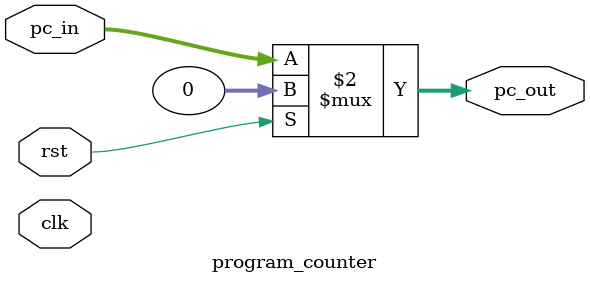
<source format=v>
`timescale 1ns / 1ps


module program_counter(
input clk,
input rst,
input [31:0] pc_in,
output [31:0] pc_out,
);

assign pc_out = (!rst)?(pc_in):0;

endmodule

</source>
